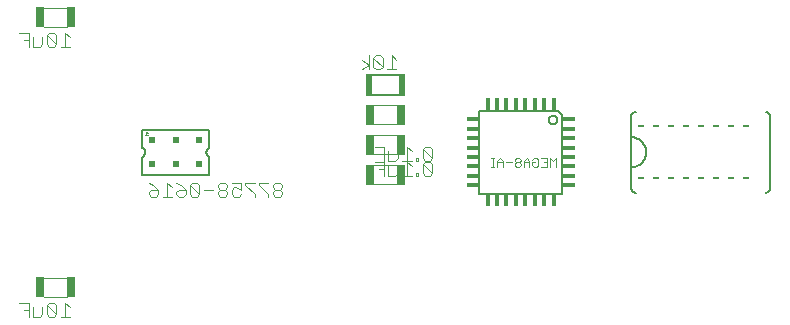
<source format=gbo>
G75*
G70*
%OFA0B0*%
%FSLAX24Y24*%
%IPPOS*%
%LPD*%
%AMOC8*
5,1,8,0,0,1.08239X$1,22.5*
%
%ADD10C,0.0060*%
%ADD11C,0.0030*%
%ADD12R,0.0390X0.0180*%
%ADD13R,0.0180X0.0390*%
%ADD14R,0.0230X0.0720*%
%ADD15C,0.0040*%
%ADD16R,0.0295X0.0669*%
%ADD17R,0.0200X0.0050*%
%ADD18C,0.0080*%
%ADD19C,0.0010*%
%ADD20R,0.0197X0.0197*%
D10*
X017469Y011220D02*
X020229Y011220D01*
X020229Y013840D01*
X020090Y013980D01*
X017469Y013980D01*
X017469Y011220D01*
X019788Y013680D02*
X019790Y013703D01*
X019796Y013726D01*
X019805Y013747D01*
X019818Y013767D01*
X019834Y013784D01*
X019852Y013798D01*
X019872Y013809D01*
X019894Y013817D01*
X019917Y013821D01*
X019941Y013821D01*
X019964Y013817D01*
X019986Y013809D01*
X020006Y013798D01*
X020024Y013784D01*
X020040Y013767D01*
X020053Y013747D01*
X020062Y013726D01*
X020068Y013703D01*
X020070Y013680D01*
X020068Y013657D01*
X020062Y013634D01*
X020053Y013613D01*
X020040Y013593D01*
X020024Y013576D01*
X020006Y013562D01*
X019986Y013551D01*
X019964Y013543D01*
X019941Y013539D01*
X019917Y013539D01*
X019894Y013543D01*
X019872Y013551D01*
X019852Y013562D01*
X019834Y013576D01*
X019818Y013593D01*
X019805Y013613D01*
X019796Y013634D01*
X019790Y013657D01*
X019788Y013680D01*
X022529Y013795D02*
X022529Y011405D01*
X022531Y011382D01*
X022536Y011359D01*
X022545Y011337D01*
X022558Y011317D01*
X022573Y011299D01*
X022591Y011284D01*
X022611Y011271D01*
X022633Y011262D01*
X022656Y011257D01*
X022679Y011255D01*
X022529Y012100D02*
X022573Y012102D01*
X022616Y012108D01*
X022658Y012117D01*
X022700Y012130D01*
X022740Y012147D01*
X022779Y012167D01*
X022816Y012190D01*
X022850Y012217D01*
X022883Y012246D01*
X022912Y012279D01*
X022939Y012313D01*
X022962Y012350D01*
X022982Y012389D01*
X022999Y012429D01*
X023012Y012471D01*
X023021Y012513D01*
X023027Y012556D01*
X023029Y012600D01*
X023027Y012644D01*
X023021Y012687D01*
X023012Y012729D01*
X022999Y012771D01*
X022982Y012811D01*
X022962Y012850D01*
X022939Y012887D01*
X022912Y012921D01*
X022883Y012954D01*
X022850Y012983D01*
X022816Y013010D01*
X022779Y013033D01*
X022740Y013053D01*
X022700Y013070D01*
X022658Y013083D01*
X022616Y013092D01*
X022573Y013098D01*
X022529Y013100D01*
X022529Y013795D02*
X022531Y013818D01*
X022536Y013841D01*
X022545Y013863D01*
X022558Y013883D01*
X022573Y013901D01*
X022591Y013916D01*
X022611Y013929D01*
X022633Y013938D01*
X022656Y013943D01*
X022679Y013945D01*
X027019Y013945D02*
X027042Y013943D01*
X027065Y013938D01*
X027087Y013929D01*
X027107Y013916D01*
X027125Y013901D01*
X027140Y013883D01*
X027153Y013863D01*
X027162Y013841D01*
X027167Y013818D01*
X027169Y013795D01*
X027169Y011405D01*
X027167Y011382D01*
X027162Y011359D01*
X027153Y011337D01*
X027140Y011317D01*
X027125Y011299D01*
X027107Y011284D01*
X027087Y011271D01*
X027065Y011262D01*
X027042Y011257D01*
X027019Y011255D01*
X014799Y014520D02*
X013899Y014520D01*
X013899Y015180D02*
X014799Y015180D01*
D11*
X017865Y012405D02*
X017962Y012405D01*
X017913Y012405D02*
X017913Y012115D01*
X017865Y012115D02*
X017962Y012115D01*
X018063Y012115D02*
X018063Y012308D01*
X018160Y012405D01*
X018256Y012308D01*
X018256Y012115D01*
X018256Y012260D02*
X018063Y012260D01*
X018358Y012260D02*
X018551Y012260D01*
X018652Y012212D02*
X018652Y012163D01*
X018701Y012115D01*
X018797Y012115D01*
X018846Y012163D01*
X018846Y012212D01*
X018797Y012260D01*
X018701Y012260D01*
X018652Y012212D01*
X018701Y012260D02*
X018652Y012308D01*
X018652Y012357D01*
X018701Y012405D01*
X018797Y012405D01*
X018846Y012357D01*
X018846Y012308D01*
X018797Y012260D01*
X018947Y012260D02*
X019140Y012260D01*
X019140Y012308D02*
X019140Y012115D01*
X019242Y012163D02*
X019242Y012260D01*
X019338Y012260D01*
X019242Y012163D02*
X019290Y012115D01*
X019387Y012115D01*
X019435Y012163D01*
X019435Y012357D01*
X019387Y012405D01*
X019290Y012405D01*
X019242Y012357D01*
X019140Y012308D02*
X019044Y012405D01*
X018947Y012308D01*
X018947Y012115D01*
X019536Y012115D02*
X019730Y012115D01*
X019730Y012405D01*
X019536Y012405D01*
X019633Y012260D02*
X019730Y012260D01*
X019831Y012405D02*
X019831Y012115D01*
X020024Y012115D02*
X020024Y012405D01*
X019928Y012308D01*
X019831Y012405D01*
D12*
X020444Y012443D03*
X020444Y012757D03*
X020444Y013072D03*
X020444Y013387D03*
X020444Y013702D03*
X020444Y012128D03*
X020444Y011813D03*
X020444Y011498D03*
X017254Y011498D03*
X017254Y011813D03*
X017254Y012128D03*
X017254Y012443D03*
X017254Y012757D03*
X017254Y013072D03*
X017254Y013387D03*
X017254Y013702D03*
D13*
X017747Y014195D03*
X018062Y014195D03*
X018377Y014195D03*
X018692Y014195D03*
X019007Y014195D03*
X019322Y014195D03*
X019637Y014195D03*
X019952Y014195D03*
X019952Y011005D03*
X019637Y011005D03*
X019322Y011005D03*
X019007Y011005D03*
X018692Y011005D03*
X018377Y011005D03*
X018062Y011005D03*
X017747Y011005D03*
D14*
X014904Y014850D03*
X013794Y014850D03*
D15*
X002448Y007580D02*
X002448Y007120D01*
X002602Y007120D02*
X002602Y007427D01*
X002448Y007350D02*
X002295Y007350D01*
X002448Y007580D02*
X002141Y007580D01*
X002602Y007120D02*
X002832Y007120D01*
X002909Y007197D01*
X002909Y007427D01*
X003062Y007504D02*
X003369Y007197D01*
X003292Y007120D01*
X003139Y007120D01*
X003062Y007197D01*
X003062Y007504D01*
X003139Y007580D01*
X003292Y007580D01*
X003369Y007504D01*
X003369Y007197D01*
X003522Y007120D02*
X003829Y007120D01*
X003676Y007120D02*
X003676Y007580D01*
X003829Y007427D01*
X003729Y007790D02*
X002969Y007790D01*
X002969Y008410D02*
X003729Y008410D01*
X006451Y011197D02*
X006451Y011273D01*
X006528Y011350D01*
X006758Y011350D01*
X006758Y011197D01*
X006682Y011120D01*
X006528Y011120D01*
X006451Y011197D01*
X006605Y011504D02*
X006758Y011350D01*
X006605Y011504D02*
X006451Y011580D01*
X007065Y011580D02*
X007065Y011120D01*
X006912Y011120D02*
X007219Y011120D01*
X007372Y011197D02*
X007372Y011273D01*
X007449Y011350D01*
X007679Y011350D01*
X007679Y011197D01*
X007602Y011120D01*
X007449Y011120D01*
X007372Y011197D01*
X007219Y011427D02*
X007065Y011580D01*
X007372Y011580D02*
X007526Y011504D01*
X007679Y011350D01*
X007833Y011504D02*
X007833Y011197D01*
X007909Y011120D01*
X008063Y011120D01*
X008139Y011197D01*
X007833Y011504D01*
X007909Y011580D01*
X008063Y011580D01*
X008139Y011504D01*
X008139Y011197D01*
X008293Y011350D02*
X008600Y011350D01*
X008753Y011273D02*
X008830Y011350D01*
X008984Y011350D01*
X009060Y011427D01*
X009060Y011504D01*
X008984Y011580D01*
X008830Y011580D01*
X008753Y011504D01*
X008753Y011427D01*
X008830Y011350D01*
X008753Y011273D02*
X008753Y011197D01*
X008830Y011120D01*
X008984Y011120D01*
X009060Y011197D01*
X009060Y011273D01*
X008984Y011350D01*
X009214Y011350D02*
X009214Y011197D01*
X009290Y011120D01*
X009444Y011120D01*
X009521Y011197D01*
X009521Y011350D02*
X009367Y011427D01*
X009290Y011427D01*
X009214Y011350D01*
X009214Y011580D02*
X009521Y011580D01*
X009521Y011350D01*
X009674Y011504D02*
X009981Y011197D01*
X009981Y011120D01*
X010135Y011504D02*
X010441Y011197D01*
X010441Y011120D01*
X010595Y011197D02*
X010672Y011120D01*
X010825Y011120D01*
X010902Y011197D01*
X010902Y011273D01*
X010825Y011350D01*
X010672Y011350D01*
X010595Y011273D01*
X010595Y011197D01*
X010672Y011350D02*
X010595Y011427D01*
X010595Y011504D01*
X010672Y011580D01*
X010825Y011580D01*
X010902Y011504D01*
X010902Y011427D01*
X010825Y011350D01*
X010441Y011580D02*
X010135Y011580D01*
X010135Y011504D01*
X009981Y011580D02*
X009674Y011580D01*
X009674Y011504D01*
X013969Y011540D02*
X014729Y011540D01*
X014673Y011820D02*
X014443Y011820D01*
X014443Y012127D01*
X014290Y012050D02*
X014136Y012050D01*
X013969Y012160D02*
X014729Y012160D01*
X014750Y012127D02*
X014750Y011897D01*
X014673Y011820D01*
X014904Y011820D02*
X015211Y011820D01*
X015364Y011820D02*
X015441Y011820D01*
X015441Y011897D01*
X015364Y011897D01*
X015364Y011820D01*
X015594Y011897D02*
X015594Y012204D01*
X015901Y011897D01*
X015824Y011820D01*
X015671Y011820D01*
X015594Y011897D01*
X015594Y012204D02*
X015671Y012280D01*
X015824Y012280D01*
X015901Y012204D01*
X015901Y011897D01*
X015824Y012320D02*
X015671Y012320D01*
X015594Y012397D01*
X015594Y012704D01*
X015901Y012397D01*
X015824Y012320D01*
X015901Y012397D02*
X015901Y012704D01*
X015824Y012780D01*
X015671Y012780D01*
X015594Y012704D01*
X015441Y012397D02*
X015364Y012397D01*
X015364Y012320D01*
X015441Y012320D01*
X015441Y012397D01*
X015211Y012320D02*
X014904Y012320D01*
X015057Y012320D02*
X015057Y012780D01*
X015211Y012627D01*
X014750Y012627D02*
X014750Y012397D01*
X014673Y012320D01*
X014443Y012320D01*
X014443Y012627D01*
X014290Y012550D02*
X014136Y012550D01*
X013969Y012540D02*
X014729Y012540D01*
X015057Y012280D02*
X015057Y011820D01*
X015211Y012127D02*
X015057Y012280D01*
X014290Y012280D02*
X014290Y011820D01*
X014290Y012280D02*
X013983Y012280D01*
X014290Y012320D02*
X014290Y012780D01*
X013983Y012780D01*
X013969Y013160D02*
X014729Y013160D01*
X014729Y013540D02*
X013969Y013540D01*
X013969Y014160D02*
X014729Y014160D01*
X014704Y015370D02*
X014397Y015370D01*
X014551Y015370D02*
X014551Y015830D01*
X014704Y015677D01*
X014244Y015754D02*
X014244Y015447D01*
X013937Y015754D01*
X013937Y015447D01*
X014014Y015370D01*
X014167Y015370D01*
X014244Y015447D01*
X014244Y015754D02*
X014167Y015830D01*
X014014Y015830D01*
X013937Y015754D01*
X013784Y015830D02*
X013784Y015370D01*
X013784Y015523D02*
X013553Y015677D01*
X013784Y015523D02*
X013553Y015370D01*
X003829Y016120D02*
X003522Y016120D01*
X003676Y016120D02*
X003676Y016580D01*
X003829Y016427D01*
X003729Y016790D02*
X002969Y016790D01*
X003139Y016580D02*
X003062Y016504D01*
X003369Y016197D01*
X003292Y016120D01*
X003139Y016120D01*
X003062Y016197D01*
X003062Y016504D01*
X003139Y016580D02*
X003292Y016580D01*
X003369Y016504D01*
X003369Y016197D01*
X002909Y016197D02*
X002909Y016427D01*
X002909Y016197D02*
X002832Y016120D01*
X002602Y016120D01*
X002602Y016427D01*
X002448Y016350D02*
X002295Y016350D01*
X002448Y016120D02*
X002448Y016580D01*
X002141Y016580D01*
X002969Y017410D02*
X003729Y017410D01*
D16*
X003872Y017100D03*
X002827Y017100D03*
X013827Y013850D03*
X014872Y013850D03*
X014872Y012850D03*
X013827Y012850D03*
X013827Y011850D03*
X014872Y011850D03*
X003872Y008100D03*
X002827Y008100D03*
D17*
X022849Y011730D03*
X023349Y011730D03*
X023849Y011730D03*
X024349Y011730D03*
X024849Y011730D03*
X025349Y011730D03*
X025849Y011730D03*
X026349Y011730D03*
X026349Y013470D03*
X025849Y013470D03*
X025349Y013470D03*
X024849Y013470D03*
X024349Y013470D03*
X023849Y013470D03*
X023349Y013470D03*
X022849Y013470D03*
D18*
X008471Y012757D02*
X008450Y012745D01*
X008431Y012730D01*
X008413Y012713D01*
X008399Y012693D01*
X008387Y012671D01*
X008379Y012648D01*
X008374Y012624D01*
X008372Y012600D01*
X008374Y012576D01*
X008379Y012552D01*
X008387Y012529D01*
X008399Y012507D01*
X008413Y012487D01*
X008431Y012470D01*
X008450Y012455D01*
X008471Y012443D01*
X008471Y011852D01*
X006227Y011852D01*
X006227Y012443D01*
X006228Y012443D02*
X006249Y012455D01*
X006268Y012470D01*
X006286Y012487D01*
X006300Y012507D01*
X006312Y012529D01*
X006320Y012552D01*
X006325Y012576D01*
X006327Y012600D01*
X006325Y012624D01*
X006320Y012648D01*
X006312Y012671D01*
X006300Y012693D01*
X006286Y012713D01*
X006268Y012730D01*
X006249Y012745D01*
X006228Y012757D01*
X006227Y012757D02*
X006227Y013348D01*
X008471Y013348D01*
X008471Y012757D01*
D19*
X006412Y013174D02*
X006338Y013174D01*
X006375Y013174D02*
X006375Y013284D01*
X006412Y013247D01*
D20*
X006562Y012994D03*
X007349Y012994D03*
X008137Y012994D03*
X008137Y012206D03*
X007349Y012206D03*
X006562Y012206D03*
M02*

</source>
